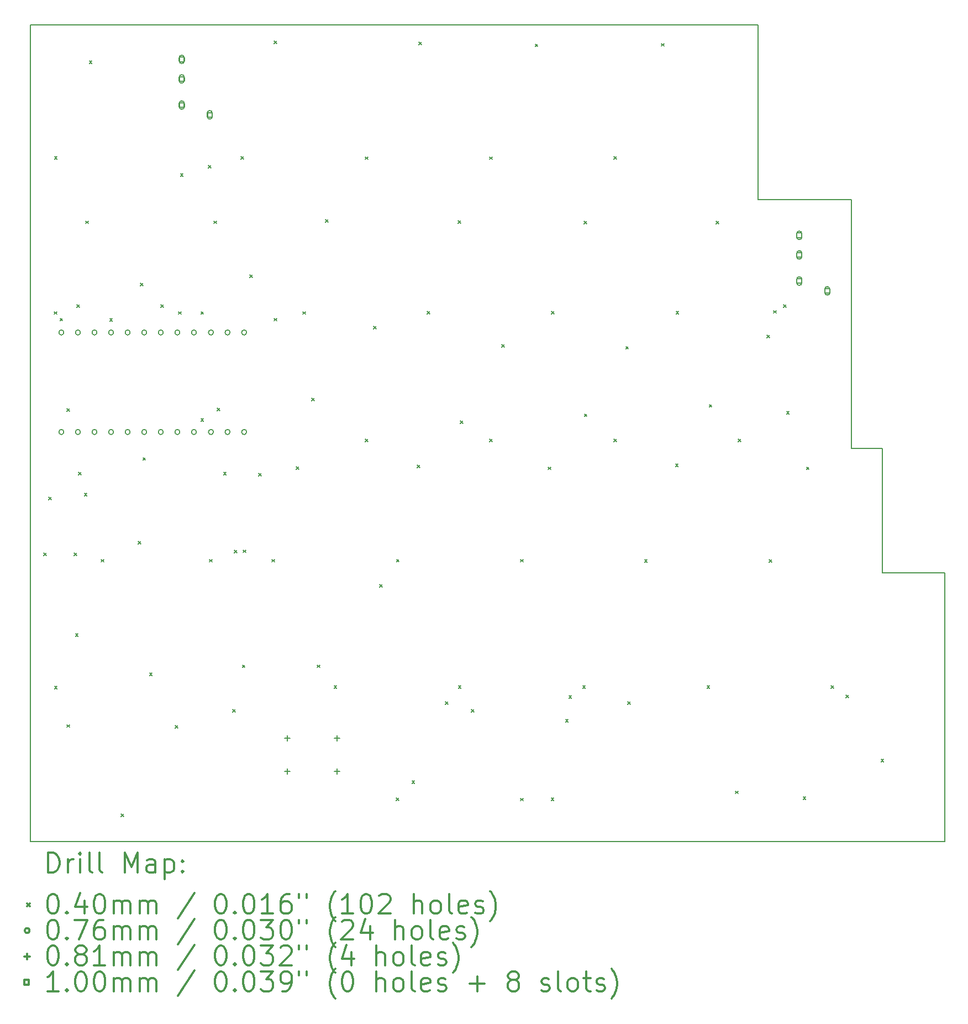
<source format=gbr>
%FSLAX45Y45*%
G04 Gerber Fmt 4.5, Leading zero omitted, Abs format (unit mm)*
G04 Created by KiCad (PCBNEW (5.0.2)-1) date 2019/02/16 22:04:40*
%MOMM*%
%LPD*%
G01*
G04 APERTURE LIST*
%ADD10C,0.200000*%
%ADD11C,0.150000*%
%ADD12C,0.300000*%
G04 APERTURE END LIST*
D10*
X2788000Y-15102000D02*
X16799250Y-15102000D01*
D11*
X15370500Y-5278250D02*
X15370500Y-9088250D01*
X16799250Y-10993250D02*
X16799250Y-15103250D01*
D10*
X2788000Y-2597000D02*
X13941750Y-2597000D01*
X13941750Y-5278250D02*
X15370500Y-5278250D01*
D11*
X13941750Y-2597000D02*
X13941750Y-5278250D01*
X15846750Y-9088250D02*
X15846750Y-10993250D01*
X2788000Y-2597000D02*
X2788000Y-15102000D01*
D10*
X15846750Y-10993000D02*
X16799250Y-10993000D01*
X15370500Y-9088250D02*
X15846750Y-9088250D01*
D10*
X2995000Y-10687000D02*
X3035000Y-10727000D01*
X3035000Y-10687000D02*
X2995000Y-10727000D01*
X3071000Y-9829000D02*
X3111000Y-9869000D01*
X3111000Y-9829000D02*
X3071000Y-9869000D01*
X3158000Y-6991000D02*
X3198000Y-7031000D01*
X3198000Y-6991000D02*
X3158000Y-7031000D01*
X3159000Y-4616000D02*
X3199000Y-4656000D01*
X3199000Y-4616000D02*
X3159000Y-4656000D01*
X3160000Y-12725000D02*
X3200000Y-12765000D01*
X3200000Y-12725000D02*
X3160000Y-12765000D01*
X3244000Y-7092000D02*
X3284000Y-7132000D01*
X3284000Y-7092000D02*
X3244000Y-7132000D01*
X3348000Y-13316000D02*
X3388000Y-13356000D01*
X3388000Y-13316000D02*
X3348000Y-13356000D01*
X3352000Y-8478000D02*
X3392000Y-8518000D01*
X3392000Y-8478000D02*
X3352000Y-8518000D01*
X3461000Y-10685000D02*
X3501000Y-10725000D01*
X3501000Y-10685000D02*
X3461000Y-10725000D01*
X3480000Y-11925000D02*
X3520000Y-11965000D01*
X3520000Y-11925000D02*
X3480000Y-11965000D01*
X3501000Y-6882000D02*
X3541000Y-6922000D01*
X3541000Y-6882000D02*
X3501000Y-6922000D01*
X3530000Y-9452000D02*
X3570000Y-9492000D01*
X3570000Y-9452000D02*
X3530000Y-9492000D01*
X3616000Y-9769000D02*
X3656000Y-9809000D01*
X3656000Y-9769000D02*
X3616000Y-9809000D01*
X3639000Y-5603000D02*
X3679000Y-5643000D01*
X3679000Y-5603000D02*
X3639000Y-5643000D01*
X3693000Y-3152000D02*
X3733000Y-3192000D01*
X3733000Y-3152000D02*
X3693000Y-3192000D01*
X3876000Y-10784000D02*
X3916000Y-10824000D01*
X3916000Y-10784000D02*
X3876000Y-10824000D01*
X4006000Y-7094000D02*
X4046000Y-7134000D01*
X4046000Y-7094000D02*
X4006000Y-7134000D01*
X4181000Y-14681000D02*
X4221000Y-14721000D01*
X4221000Y-14681000D02*
X4181000Y-14721000D01*
X4440000Y-10508000D02*
X4480000Y-10548000D01*
X4480000Y-10508000D02*
X4440000Y-10548000D01*
X4478000Y-6552000D02*
X4518000Y-6592000D01*
X4518000Y-6552000D02*
X4478000Y-6592000D01*
X4513000Y-9226000D02*
X4553000Y-9266000D01*
X4553000Y-9226000D02*
X4513000Y-9266000D01*
X4615000Y-12521000D02*
X4655000Y-12561000D01*
X4655000Y-12521000D02*
X4615000Y-12561000D01*
X4790000Y-6884000D02*
X4830000Y-6924000D01*
X4830000Y-6884000D02*
X4790000Y-6924000D01*
X5010000Y-13326000D02*
X5050000Y-13366000D01*
X5050000Y-13326000D02*
X5010000Y-13366000D01*
X5063000Y-6991000D02*
X5103000Y-7031000D01*
X5103000Y-6991000D02*
X5063000Y-7031000D01*
X5089000Y-4880000D02*
X5129000Y-4920000D01*
X5129000Y-4880000D02*
X5089000Y-4920000D01*
X5402000Y-8630000D02*
X5442000Y-8670000D01*
X5442000Y-8630000D02*
X5402000Y-8670000D01*
X5403000Y-6991000D02*
X5443000Y-7031000D01*
X5443000Y-6991000D02*
X5403000Y-7031000D01*
X5520000Y-4754000D02*
X5560000Y-4794000D01*
X5560000Y-4754000D02*
X5520000Y-4794000D01*
X5535000Y-10784000D02*
X5575000Y-10824000D01*
X5575000Y-10784000D02*
X5535000Y-10824000D01*
X5599000Y-5603000D02*
X5639000Y-5643000D01*
X5639000Y-5603000D02*
X5599000Y-5643000D01*
X5652000Y-8468000D02*
X5692000Y-8508000D01*
X5692000Y-8468000D02*
X5652000Y-8508000D01*
X5751000Y-9448000D02*
X5791000Y-9488000D01*
X5791000Y-9448000D02*
X5751000Y-9488000D01*
X5887000Y-13083000D02*
X5927000Y-13123000D01*
X5927000Y-13083000D02*
X5887000Y-13123000D01*
X5918000Y-10644000D02*
X5958000Y-10684000D01*
X5958000Y-10644000D02*
X5918000Y-10684000D01*
X6019000Y-4614000D02*
X6059000Y-4654000D01*
X6059000Y-4614000D02*
X6019000Y-4654000D01*
X6019000Y-4614000D02*
X6059000Y-4654000D01*
X6059000Y-4614000D02*
X6019000Y-4654000D01*
X6037000Y-12400000D02*
X6077000Y-12440000D01*
X6077000Y-12400000D02*
X6037000Y-12440000D01*
X6050000Y-10640000D02*
X6090000Y-10680000D01*
X6090000Y-10640000D02*
X6050000Y-10680000D01*
X6151000Y-6429000D02*
X6191000Y-6469000D01*
X6191000Y-6429000D02*
X6151000Y-6469000D01*
X6286000Y-9465000D02*
X6326000Y-9505000D01*
X6326000Y-9465000D02*
X6286000Y-9505000D01*
X6491000Y-10784000D02*
X6531000Y-10824000D01*
X6531000Y-10784000D02*
X6491000Y-10824000D01*
X6523000Y-2844000D02*
X6563000Y-2884000D01*
X6563000Y-2844000D02*
X6523000Y-2884000D01*
X6523000Y-7093000D02*
X6563000Y-7133000D01*
X6563000Y-7093000D02*
X6523000Y-7133000D01*
X6863000Y-9363000D02*
X6903000Y-9403000D01*
X6903000Y-9363000D02*
X6863000Y-9403000D01*
X6968000Y-6991000D02*
X7008000Y-7031000D01*
X7008000Y-6991000D02*
X6968000Y-7031000D01*
X7098000Y-8314000D02*
X7138000Y-8354000D01*
X7138000Y-8314000D02*
X7098000Y-8354000D01*
X7186000Y-12400000D02*
X7226000Y-12440000D01*
X7226000Y-12400000D02*
X7186000Y-12440000D01*
X7314000Y-5581000D02*
X7354000Y-5621000D01*
X7354000Y-5581000D02*
X7314000Y-5621000D01*
X7444000Y-12718000D02*
X7484000Y-12758000D01*
X7484000Y-12718000D02*
X7444000Y-12758000D01*
X7920000Y-8944000D02*
X7960000Y-8984000D01*
X7960000Y-8944000D02*
X7920000Y-8984000D01*
X7922000Y-4620000D02*
X7962000Y-4660000D01*
X7962000Y-4620000D02*
X7922000Y-4660000D01*
X8048000Y-7213000D02*
X8088000Y-7253000D01*
X8088000Y-7213000D02*
X8048000Y-7253000D01*
X8139000Y-11167000D02*
X8179000Y-11207000D01*
X8179000Y-11167000D02*
X8139000Y-11207000D01*
X8397000Y-14435000D02*
X8437000Y-14475000D01*
X8437000Y-14435000D02*
X8397000Y-14475000D01*
X8400000Y-10784000D02*
X8440000Y-10824000D01*
X8440000Y-10784000D02*
X8400000Y-10824000D01*
X8637000Y-14176000D02*
X8677000Y-14216000D01*
X8677000Y-14176000D02*
X8637000Y-14216000D01*
X8718000Y-9342000D02*
X8758000Y-9382000D01*
X8758000Y-9342000D02*
X8718000Y-9382000D01*
X8745000Y-2863000D02*
X8785000Y-2903000D01*
X8785000Y-2863000D02*
X8745000Y-2903000D01*
X8873000Y-6984000D02*
X8913000Y-7024000D01*
X8913000Y-6984000D02*
X8873000Y-7024000D01*
X9147000Y-12962000D02*
X9187000Y-13002000D01*
X9187000Y-12962000D02*
X9147000Y-13002000D01*
X9342000Y-5596000D02*
X9382000Y-5636000D01*
X9382000Y-5596000D02*
X9342000Y-5636000D01*
X9349000Y-12718000D02*
X9389000Y-12758000D01*
X9389000Y-12718000D02*
X9349000Y-12758000D01*
X9378000Y-8660000D02*
X9418000Y-8700000D01*
X9418000Y-8660000D02*
X9378000Y-8700000D01*
X9550000Y-13082000D02*
X9590000Y-13122000D01*
X9590000Y-13082000D02*
X9550000Y-13122000D01*
X9824000Y-4620000D02*
X9864000Y-4660000D01*
X9864000Y-4620000D02*
X9824000Y-4660000D01*
X9826000Y-8944000D02*
X9866000Y-8984000D01*
X9866000Y-8944000D02*
X9826000Y-8984000D01*
X10014000Y-7497000D02*
X10054000Y-7537000D01*
X10054000Y-7497000D02*
X10014000Y-7537000D01*
X10299000Y-10783000D02*
X10339000Y-10823000D01*
X10339000Y-10783000D02*
X10299000Y-10823000D01*
X10300000Y-14442000D02*
X10340000Y-14482000D01*
X10340000Y-14442000D02*
X10300000Y-14482000D01*
X10526000Y-2893000D02*
X10566000Y-2933000D01*
X10566000Y-2893000D02*
X10526000Y-2933000D01*
X10726000Y-9370000D02*
X10766000Y-9410000D01*
X10766000Y-9370000D02*
X10726000Y-9410000D01*
X10772000Y-14435000D02*
X10812000Y-14475000D01*
X10812000Y-14435000D02*
X10772000Y-14475000D01*
X10778000Y-6984000D02*
X10818000Y-7024000D01*
X10818000Y-6984000D02*
X10778000Y-7024000D01*
X10992000Y-13233000D02*
X11032000Y-13273000D01*
X11032000Y-13233000D02*
X10992000Y-13273000D01*
X11043000Y-12868000D02*
X11083000Y-12908000D01*
X11083000Y-12868000D02*
X11043000Y-12908000D01*
X11254000Y-12718000D02*
X11294000Y-12758000D01*
X11294000Y-12718000D02*
X11254000Y-12758000D01*
X11276000Y-5605000D02*
X11316000Y-5645000D01*
X11316000Y-5605000D02*
X11276000Y-5645000D01*
X11278000Y-8557000D02*
X11318000Y-8597000D01*
X11318000Y-8557000D02*
X11278000Y-8597000D01*
X11729000Y-4616000D02*
X11769000Y-4656000D01*
X11769000Y-4616000D02*
X11729000Y-4656000D01*
X11730000Y-8944000D02*
X11770000Y-8984000D01*
X11770000Y-8944000D02*
X11730000Y-8984000D01*
X11914000Y-7523000D02*
X11954000Y-7563000D01*
X11954000Y-7523000D02*
X11914000Y-7563000D01*
X11946000Y-12965000D02*
X11986000Y-13005000D01*
X11986000Y-12965000D02*
X11946000Y-13005000D01*
X12202000Y-10786000D02*
X12242000Y-10826000D01*
X12242000Y-10786000D02*
X12202000Y-10826000D01*
X12463000Y-2885000D02*
X12503000Y-2925000D01*
X12503000Y-2885000D02*
X12463000Y-2925000D01*
X12675000Y-9326000D02*
X12715000Y-9366000D01*
X12715000Y-9326000D02*
X12675000Y-9366000D01*
X12685000Y-6984000D02*
X12725000Y-7024000D01*
X12725000Y-6984000D02*
X12685000Y-7024000D01*
X13159000Y-12718000D02*
X13199000Y-12758000D01*
X13199000Y-12718000D02*
X13159000Y-12758000D01*
X13192000Y-8413000D02*
X13232000Y-8453000D01*
X13232000Y-8413000D02*
X13192000Y-8453000D01*
X13297000Y-5605000D02*
X13337000Y-5645000D01*
X13337000Y-5605000D02*
X13297000Y-5645000D01*
X13592000Y-14332000D02*
X13632000Y-14372000D01*
X13632000Y-14332000D02*
X13592000Y-14372000D01*
X13636000Y-8944000D02*
X13676000Y-8984000D01*
X13676000Y-8944000D02*
X13636000Y-8984000D01*
X14080000Y-7348000D02*
X14120000Y-7388000D01*
X14120000Y-7348000D02*
X14080000Y-7388000D01*
X14111000Y-10786000D02*
X14151000Y-10826000D01*
X14151000Y-10786000D02*
X14111000Y-10826000D01*
X14181000Y-6974000D02*
X14221000Y-7014000D01*
X14221000Y-6974000D02*
X14181000Y-7014000D01*
X14331000Y-6884000D02*
X14371000Y-6924000D01*
X14371000Y-6884000D02*
X14331000Y-6924000D01*
X14377000Y-8516000D02*
X14417000Y-8556000D01*
X14417000Y-8516000D02*
X14377000Y-8556000D01*
X14632000Y-14420000D02*
X14672000Y-14460000D01*
X14672000Y-14420000D02*
X14632000Y-14460000D01*
X14682000Y-9370000D02*
X14722000Y-9410000D01*
X14722000Y-9370000D02*
X14682000Y-9410000D01*
X15062000Y-12718000D02*
X15102000Y-12758000D01*
X15102000Y-12718000D02*
X15062000Y-12758000D01*
X15286000Y-12864000D02*
X15326000Y-12904000D01*
X15326000Y-12864000D02*
X15286000Y-12904000D01*
X15825000Y-13847000D02*
X15865000Y-13887000D01*
X15865000Y-13847000D02*
X15825000Y-13887000D01*
X3302100Y-7309000D02*
G75*
G03X3302100Y-7309000I-38100J0D01*
G01*
X3302100Y-8833000D02*
G75*
G03X3302100Y-8833000I-38100J0D01*
G01*
X3556100Y-7309000D02*
G75*
G03X3556100Y-7309000I-38100J0D01*
G01*
X3556100Y-8833000D02*
G75*
G03X3556100Y-8833000I-38100J0D01*
G01*
X3810100Y-7309000D02*
G75*
G03X3810100Y-7309000I-38100J0D01*
G01*
X3810100Y-8833000D02*
G75*
G03X3810100Y-8833000I-38100J0D01*
G01*
X4064100Y-7309000D02*
G75*
G03X4064100Y-7309000I-38100J0D01*
G01*
X4064100Y-8833000D02*
G75*
G03X4064100Y-8833000I-38100J0D01*
G01*
X4318100Y-7309000D02*
G75*
G03X4318100Y-7309000I-38100J0D01*
G01*
X4318100Y-8833000D02*
G75*
G03X4318100Y-8833000I-38100J0D01*
G01*
X4572100Y-7309000D02*
G75*
G03X4572100Y-7309000I-38100J0D01*
G01*
X4572100Y-8833000D02*
G75*
G03X4572100Y-8833000I-38100J0D01*
G01*
X4826100Y-7309000D02*
G75*
G03X4826100Y-7309000I-38100J0D01*
G01*
X4826100Y-8833000D02*
G75*
G03X4826100Y-8833000I-38100J0D01*
G01*
X5080100Y-7309000D02*
G75*
G03X5080100Y-7309000I-38100J0D01*
G01*
X5080100Y-8833000D02*
G75*
G03X5080100Y-8833000I-38100J0D01*
G01*
X5334100Y-7309000D02*
G75*
G03X5334100Y-7309000I-38100J0D01*
G01*
X5334100Y-8833000D02*
G75*
G03X5334100Y-8833000I-38100J0D01*
G01*
X5595100Y-7309000D02*
G75*
G03X5595100Y-7309000I-38100J0D01*
G01*
X5595100Y-8833000D02*
G75*
G03X5595100Y-8833000I-38100J0D01*
G01*
X5849100Y-7309000D02*
G75*
G03X5849100Y-7309000I-38100J0D01*
G01*
X5849100Y-8833000D02*
G75*
G03X5849100Y-8833000I-38100J0D01*
G01*
X6103100Y-7309000D02*
G75*
G03X6103100Y-7309000I-38100J0D01*
G01*
X6103100Y-8833000D02*
G75*
G03X6103100Y-8833000I-38100J0D01*
G01*
X6729000Y-13480360D02*
X6729000Y-13561640D01*
X6688360Y-13521000D02*
X6769640Y-13521000D01*
X6729000Y-13988360D02*
X6729000Y-14069640D01*
X6688360Y-14029000D02*
X6769640Y-14029000D01*
X7491000Y-13480360D02*
X7491000Y-13561640D01*
X7450360Y-13521000D02*
X7531640Y-13521000D01*
X7491000Y-13988360D02*
X7491000Y-14069640D01*
X7450360Y-14029000D02*
X7531640Y-14029000D01*
X5144356Y-3162356D02*
X5144356Y-3091644D01*
X5073644Y-3091644D01*
X5073644Y-3162356D01*
X5144356Y-3162356D01*
X5069000Y-3102000D02*
X5069000Y-3152000D01*
X5149000Y-3102000D02*
X5149000Y-3152000D01*
X5069000Y-3152000D02*
G75*
G03X5149000Y-3152000I40000J0D01*
G01*
X5149000Y-3102000D02*
G75*
G03X5069000Y-3102000I-40000J0D01*
G01*
X5144356Y-3462356D02*
X5144356Y-3391644D01*
X5073644Y-3391644D01*
X5073644Y-3462356D01*
X5144356Y-3462356D01*
X5069000Y-3402000D02*
X5069000Y-3452000D01*
X5149000Y-3402000D02*
X5149000Y-3452000D01*
X5069000Y-3452000D02*
G75*
G03X5149000Y-3452000I40000J0D01*
G01*
X5149000Y-3402000D02*
G75*
G03X5069000Y-3402000I-40000J0D01*
G01*
X5144356Y-3862356D02*
X5144356Y-3791644D01*
X5073644Y-3791644D01*
X5073644Y-3862356D01*
X5144356Y-3862356D01*
X5069000Y-3802000D02*
X5069000Y-3852000D01*
X5149000Y-3802000D02*
X5149000Y-3852000D01*
X5069000Y-3852000D02*
G75*
G03X5149000Y-3852000I40000J0D01*
G01*
X5149000Y-3802000D02*
G75*
G03X5069000Y-3802000I-40000J0D01*
G01*
X5574356Y-4012356D02*
X5574356Y-3941644D01*
X5503644Y-3941644D01*
X5503644Y-4012356D01*
X5574356Y-4012356D01*
X5499000Y-3952000D02*
X5499000Y-4002000D01*
X5579000Y-3952000D02*
X5579000Y-4002000D01*
X5499000Y-4002000D02*
G75*
G03X5579000Y-4002000I40000J0D01*
G01*
X5579000Y-3952000D02*
G75*
G03X5499000Y-3952000I-40000J0D01*
G01*
X14607356Y-5857356D02*
X14607356Y-5786644D01*
X14536644Y-5786644D01*
X14536644Y-5857356D01*
X14607356Y-5857356D01*
X14532000Y-5797000D02*
X14532000Y-5847000D01*
X14612000Y-5797000D02*
X14612000Y-5847000D01*
X14532000Y-5847000D02*
G75*
G03X14612000Y-5847000I40000J0D01*
G01*
X14612000Y-5797000D02*
G75*
G03X14532000Y-5797000I-40000J0D01*
G01*
X14607356Y-6157356D02*
X14607356Y-6086644D01*
X14536644Y-6086644D01*
X14536644Y-6157356D01*
X14607356Y-6157356D01*
X14532000Y-6097000D02*
X14532000Y-6147000D01*
X14612000Y-6097000D02*
X14612000Y-6147000D01*
X14532000Y-6147000D02*
G75*
G03X14612000Y-6147000I40000J0D01*
G01*
X14612000Y-6097000D02*
G75*
G03X14532000Y-6097000I-40000J0D01*
G01*
X14607356Y-6557356D02*
X14607356Y-6486644D01*
X14536644Y-6486644D01*
X14536644Y-6557356D01*
X14607356Y-6557356D01*
X14532000Y-6497000D02*
X14532000Y-6547000D01*
X14612000Y-6497000D02*
X14612000Y-6547000D01*
X14532000Y-6547000D02*
G75*
G03X14612000Y-6547000I40000J0D01*
G01*
X14612000Y-6497000D02*
G75*
G03X14532000Y-6497000I-40000J0D01*
G01*
X15037356Y-6707356D02*
X15037356Y-6636644D01*
X14966644Y-6636644D01*
X14966644Y-6707356D01*
X15037356Y-6707356D01*
X14962000Y-6647000D02*
X14962000Y-6697000D01*
X15042000Y-6647000D02*
X15042000Y-6697000D01*
X14962000Y-6697000D02*
G75*
G03X15042000Y-6697000I40000J0D01*
G01*
X15042000Y-6647000D02*
G75*
G03X14962000Y-6647000I-40000J0D01*
G01*
D12*
X3064428Y-15577714D02*
X3064428Y-15277714D01*
X3135857Y-15277714D01*
X3178714Y-15292000D01*
X3207286Y-15320571D01*
X3221571Y-15349143D01*
X3235857Y-15406286D01*
X3235857Y-15449143D01*
X3221571Y-15506286D01*
X3207286Y-15534857D01*
X3178714Y-15563429D01*
X3135857Y-15577714D01*
X3064428Y-15577714D01*
X3364428Y-15577714D02*
X3364428Y-15377714D01*
X3364428Y-15434857D02*
X3378714Y-15406286D01*
X3393000Y-15392000D01*
X3421571Y-15377714D01*
X3450143Y-15377714D01*
X3550143Y-15577714D02*
X3550143Y-15377714D01*
X3550143Y-15277714D02*
X3535857Y-15292000D01*
X3550143Y-15306286D01*
X3564428Y-15292000D01*
X3550143Y-15277714D01*
X3550143Y-15306286D01*
X3735857Y-15577714D02*
X3707286Y-15563429D01*
X3693000Y-15534857D01*
X3693000Y-15277714D01*
X3893000Y-15577714D02*
X3864428Y-15563429D01*
X3850143Y-15534857D01*
X3850143Y-15277714D01*
X4235857Y-15577714D02*
X4235857Y-15277714D01*
X4335857Y-15492000D01*
X4435857Y-15277714D01*
X4435857Y-15577714D01*
X4707286Y-15577714D02*
X4707286Y-15420571D01*
X4693000Y-15392000D01*
X4664428Y-15377714D01*
X4607286Y-15377714D01*
X4578714Y-15392000D01*
X4707286Y-15563429D02*
X4678714Y-15577714D01*
X4607286Y-15577714D01*
X4578714Y-15563429D01*
X4564428Y-15534857D01*
X4564428Y-15506286D01*
X4578714Y-15477714D01*
X4607286Y-15463429D01*
X4678714Y-15463429D01*
X4707286Y-15449143D01*
X4850143Y-15377714D02*
X4850143Y-15677714D01*
X4850143Y-15392000D02*
X4878714Y-15377714D01*
X4935857Y-15377714D01*
X4964428Y-15392000D01*
X4978714Y-15406286D01*
X4993000Y-15434857D01*
X4993000Y-15520571D01*
X4978714Y-15549143D01*
X4964428Y-15563429D01*
X4935857Y-15577714D01*
X4878714Y-15577714D01*
X4850143Y-15563429D01*
X5121571Y-15549143D02*
X5135857Y-15563429D01*
X5121571Y-15577714D01*
X5107286Y-15563429D01*
X5121571Y-15549143D01*
X5121571Y-15577714D01*
X5121571Y-15392000D02*
X5135857Y-15406286D01*
X5121571Y-15420571D01*
X5107286Y-15406286D01*
X5121571Y-15392000D01*
X5121571Y-15420571D01*
X2738000Y-16052000D02*
X2778000Y-16092000D01*
X2778000Y-16052000D02*
X2738000Y-16092000D01*
X3121571Y-15907714D02*
X3150143Y-15907714D01*
X3178714Y-15922000D01*
X3193000Y-15936286D01*
X3207286Y-15964857D01*
X3221571Y-16022000D01*
X3221571Y-16093429D01*
X3207286Y-16150571D01*
X3193000Y-16179143D01*
X3178714Y-16193429D01*
X3150143Y-16207714D01*
X3121571Y-16207714D01*
X3093000Y-16193429D01*
X3078714Y-16179143D01*
X3064428Y-16150571D01*
X3050143Y-16093429D01*
X3050143Y-16022000D01*
X3064428Y-15964857D01*
X3078714Y-15936286D01*
X3093000Y-15922000D01*
X3121571Y-15907714D01*
X3350143Y-16179143D02*
X3364428Y-16193429D01*
X3350143Y-16207714D01*
X3335857Y-16193429D01*
X3350143Y-16179143D01*
X3350143Y-16207714D01*
X3621571Y-16007714D02*
X3621571Y-16207714D01*
X3550143Y-15893429D02*
X3478714Y-16107714D01*
X3664428Y-16107714D01*
X3835857Y-15907714D02*
X3864428Y-15907714D01*
X3893000Y-15922000D01*
X3907286Y-15936286D01*
X3921571Y-15964857D01*
X3935857Y-16022000D01*
X3935857Y-16093429D01*
X3921571Y-16150571D01*
X3907286Y-16179143D01*
X3893000Y-16193429D01*
X3864428Y-16207714D01*
X3835857Y-16207714D01*
X3807286Y-16193429D01*
X3793000Y-16179143D01*
X3778714Y-16150571D01*
X3764428Y-16093429D01*
X3764428Y-16022000D01*
X3778714Y-15964857D01*
X3793000Y-15936286D01*
X3807286Y-15922000D01*
X3835857Y-15907714D01*
X4064428Y-16207714D02*
X4064428Y-16007714D01*
X4064428Y-16036286D02*
X4078714Y-16022000D01*
X4107286Y-16007714D01*
X4150143Y-16007714D01*
X4178714Y-16022000D01*
X4193000Y-16050571D01*
X4193000Y-16207714D01*
X4193000Y-16050571D02*
X4207286Y-16022000D01*
X4235857Y-16007714D01*
X4278714Y-16007714D01*
X4307286Y-16022000D01*
X4321571Y-16050571D01*
X4321571Y-16207714D01*
X4464428Y-16207714D02*
X4464428Y-16007714D01*
X4464428Y-16036286D02*
X4478714Y-16022000D01*
X4507286Y-16007714D01*
X4550143Y-16007714D01*
X4578714Y-16022000D01*
X4593000Y-16050571D01*
X4593000Y-16207714D01*
X4593000Y-16050571D02*
X4607286Y-16022000D01*
X4635857Y-16007714D01*
X4678714Y-16007714D01*
X4707286Y-16022000D01*
X4721571Y-16050571D01*
X4721571Y-16207714D01*
X5307286Y-15893429D02*
X5050143Y-16279143D01*
X5693000Y-15907714D02*
X5721571Y-15907714D01*
X5750143Y-15922000D01*
X5764428Y-15936286D01*
X5778714Y-15964857D01*
X5793000Y-16022000D01*
X5793000Y-16093429D01*
X5778714Y-16150571D01*
X5764428Y-16179143D01*
X5750143Y-16193429D01*
X5721571Y-16207714D01*
X5693000Y-16207714D01*
X5664428Y-16193429D01*
X5650143Y-16179143D01*
X5635857Y-16150571D01*
X5621571Y-16093429D01*
X5621571Y-16022000D01*
X5635857Y-15964857D01*
X5650143Y-15936286D01*
X5664428Y-15922000D01*
X5693000Y-15907714D01*
X5921571Y-16179143D02*
X5935857Y-16193429D01*
X5921571Y-16207714D01*
X5907286Y-16193429D01*
X5921571Y-16179143D01*
X5921571Y-16207714D01*
X6121571Y-15907714D02*
X6150143Y-15907714D01*
X6178714Y-15922000D01*
X6193000Y-15936286D01*
X6207286Y-15964857D01*
X6221571Y-16022000D01*
X6221571Y-16093429D01*
X6207286Y-16150571D01*
X6193000Y-16179143D01*
X6178714Y-16193429D01*
X6150143Y-16207714D01*
X6121571Y-16207714D01*
X6093000Y-16193429D01*
X6078714Y-16179143D01*
X6064428Y-16150571D01*
X6050143Y-16093429D01*
X6050143Y-16022000D01*
X6064428Y-15964857D01*
X6078714Y-15936286D01*
X6093000Y-15922000D01*
X6121571Y-15907714D01*
X6507286Y-16207714D02*
X6335857Y-16207714D01*
X6421571Y-16207714D02*
X6421571Y-15907714D01*
X6393000Y-15950571D01*
X6364428Y-15979143D01*
X6335857Y-15993429D01*
X6764428Y-15907714D02*
X6707286Y-15907714D01*
X6678714Y-15922000D01*
X6664428Y-15936286D01*
X6635857Y-15979143D01*
X6621571Y-16036286D01*
X6621571Y-16150571D01*
X6635857Y-16179143D01*
X6650143Y-16193429D01*
X6678714Y-16207714D01*
X6735857Y-16207714D01*
X6764428Y-16193429D01*
X6778714Y-16179143D01*
X6793000Y-16150571D01*
X6793000Y-16079143D01*
X6778714Y-16050571D01*
X6764428Y-16036286D01*
X6735857Y-16022000D01*
X6678714Y-16022000D01*
X6650143Y-16036286D01*
X6635857Y-16050571D01*
X6621571Y-16079143D01*
X6907286Y-15907714D02*
X6907286Y-15964857D01*
X7021571Y-15907714D02*
X7021571Y-15964857D01*
X7464428Y-16322000D02*
X7450143Y-16307714D01*
X7421571Y-16264857D01*
X7407286Y-16236286D01*
X7393000Y-16193429D01*
X7378714Y-16122000D01*
X7378714Y-16064857D01*
X7393000Y-15993429D01*
X7407286Y-15950571D01*
X7421571Y-15922000D01*
X7450143Y-15879143D01*
X7464428Y-15864857D01*
X7735857Y-16207714D02*
X7564428Y-16207714D01*
X7650143Y-16207714D02*
X7650143Y-15907714D01*
X7621571Y-15950571D01*
X7593000Y-15979143D01*
X7564428Y-15993429D01*
X7921571Y-15907714D02*
X7950143Y-15907714D01*
X7978714Y-15922000D01*
X7993000Y-15936286D01*
X8007286Y-15964857D01*
X8021571Y-16022000D01*
X8021571Y-16093429D01*
X8007286Y-16150571D01*
X7993000Y-16179143D01*
X7978714Y-16193429D01*
X7950143Y-16207714D01*
X7921571Y-16207714D01*
X7893000Y-16193429D01*
X7878714Y-16179143D01*
X7864428Y-16150571D01*
X7850143Y-16093429D01*
X7850143Y-16022000D01*
X7864428Y-15964857D01*
X7878714Y-15936286D01*
X7893000Y-15922000D01*
X7921571Y-15907714D01*
X8135857Y-15936286D02*
X8150143Y-15922000D01*
X8178714Y-15907714D01*
X8250143Y-15907714D01*
X8278714Y-15922000D01*
X8293000Y-15936286D01*
X8307286Y-15964857D01*
X8307286Y-15993429D01*
X8293000Y-16036286D01*
X8121571Y-16207714D01*
X8307286Y-16207714D01*
X8664428Y-16207714D02*
X8664428Y-15907714D01*
X8793000Y-16207714D02*
X8793000Y-16050571D01*
X8778714Y-16022000D01*
X8750143Y-16007714D01*
X8707286Y-16007714D01*
X8678714Y-16022000D01*
X8664428Y-16036286D01*
X8978714Y-16207714D02*
X8950143Y-16193429D01*
X8935857Y-16179143D01*
X8921571Y-16150571D01*
X8921571Y-16064857D01*
X8935857Y-16036286D01*
X8950143Y-16022000D01*
X8978714Y-16007714D01*
X9021571Y-16007714D01*
X9050143Y-16022000D01*
X9064428Y-16036286D01*
X9078714Y-16064857D01*
X9078714Y-16150571D01*
X9064428Y-16179143D01*
X9050143Y-16193429D01*
X9021571Y-16207714D01*
X8978714Y-16207714D01*
X9250143Y-16207714D02*
X9221571Y-16193429D01*
X9207286Y-16164857D01*
X9207286Y-15907714D01*
X9478714Y-16193429D02*
X9450143Y-16207714D01*
X9393000Y-16207714D01*
X9364428Y-16193429D01*
X9350143Y-16164857D01*
X9350143Y-16050571D01*
X9364428Y-16022000D01*
X9393000Y-16007714D01*
X9450143Y-16007714D01*
X9478714Y-16022000D01*
X9493000Y-16050571D01*
X9493000Y-16079143D01*
X9350143Y-16107714D01*
X9607286Y-16193429D02*
X9635857Y-16207714D01*
X9693000Y-16207714D01*
X9721571Y-16193429D01*
X9735857Y-16164857D01*
X9735857Y-16150571D01*
X9721571Y-16122000D01*
X9693000Y-16107714D01*
X9650143Y-16107714D01*
X9621571Y-16093429D01*
X9607286Y-16064857D01*
X9607286Y-16050571D01*
X9621571Y-16022000D01*
X9650143Y-16007714D01*
X9693000Y-16007714D01*
X9721571Y-16022000D01*
X9835857Y-16322000D02*
X9850143Y-16307714D01*
X9878714Y-16264857D01*
X9893000Y-16236286D01*
X9907286Y-16193429D01*
X9921571Y-16122000D01*
X9921571Y-16064857D01*
X9907286Y-15993429D01*
X9893000Y-15950571D01*
X9878714Y-15922000D01*
X9850143Y-15879143D01*
X9835857Y-15864857D01*
X2778000Y-16468000D02*
G75*
G03X2778000Y-16468000I-38100J0D01*
G01*
X3121571Y-16303714D02*
X3150143Y-16303714D01*
X3178714Y-16318000D01*
X3193000Y-16332286D01*
X3207286Y-16360857D01*
X3221571Y-16418000D01*
X3221571Y-16489429D01*
X3207286Y-16546571D01*
X3193000Y-16575143D01*
X3178714Y-16589429D01*
X3150143Y-16603714D01*
X3121571Y-16603714D01*
X3093000Y-16589429D01*
X3078714Y-16575143D01*
X3064428Y-16546571D01*
X3050143Y-16489429D01*
X3050143Y-16418000D01*
X3064428Y-16360857D01*
X3078714Y-16332286D01*
X3093000Y-16318000D01*
X3121571Y-16303714D01*
X3350143Y-16575143D02*
X3364428Y-16589429D01*
X3350143Y-16603714D01*
X3335857Y-16589429D01*
X3350143Y-16575143D01*
X3350143Y-16603714D01*
X3464428Y-16303714D02*
X3664428Y-16303714D01*
X3535857Y-16603714D01*
X3907286Y-16303714D02*
X3850143Y-16303714D01*
X3821571Y-16318000D01*
X3807286Y-16332286D01*
X3778714Y-16375143D01*
X3764428Y-16432286D01*
X3764428Y-16546571D01*
X3778714Y-16575143D01*
X3793000Y-16589429D01*
X3821571Y-16603714D01*
X3878714Y-16603714D01*
X3907286Y-16589429D01*
X3921571Y-16575143D01*
X3935857Y-16546571D01*
X3935857Y-16475143D01*
X3921571Y-16446571D01*
X3907286Y-16432286D01*
X3878714Y-16418000D01*
X3821571Y-16418000D01*
X3793000Y-16432286D01*
X3778714Y-16446571D01*
X3764428Y-16475143D01*
X4064428Y-16603714D02*
X4064428Y-16403714D01*
X4064428Y-16432286D02*
X4078714Y-16418000D01*
X4107286Y-16403714D01*
X4150143Y-16403714D01*
X4178714Y-16418000D01*
X4193000Y-16446571D01*
X4193000Y-16603714D01*
X4193000Y-16446571D02*
X4207286Y-16418000D01*
X4235857Y-16403714D01*
X4278714Y-16403714D01*
X4307286Y-16418000D01*
X4321571Y-16446571D01*
X4321571Y-16603714D01*
X4464428Y-16603714D02*
X4464428Y-16403714D01*
X4464428Y-16432286D02*
X4478714Y-16418000D01*
X4507286Y-16403714D01*
X4550143Y-16403714D01*
X4578714Y-16418000D01*
X4593000Y-16446571D01*
X4593000Y-16603714D01*
X4593000Y-16446571D02*
X4607286Y-16418000D01*
X4635857Y-16403714D01*
X4678714Y-16403714D01*
X4707286Y-16418000D01*
X4721571Y-16446571D01*
X4721571Y-16603714D01*
X5307286Y-16289429D02*
X5050143Y-16675143D01*
X5693000Y-16303714D02*
X5721571Y-16303714D01*
X5750143Y-16318000D01*
X5764428Y-16332286D01*
X5778714Y-16360857D01*
X5793000Y-16418000D01*
X5793000Y-16489429D01*
X5778714Y-16546571D01*
X5764428Y-16575143D01*
X5750143Y-16589429D01*
X5721571Y-16603714D01*
X5693000Y-16603714D01*
X5664428Y-16589429D01*
X5650143Y-16575143D01*
X5635857Y-16546571D01*
X5621571Y-16489429D01*
X5621571Y-16418000D01*
X5635857Y-16360857D01*
X5650143Y-16332286D01*
X5664428Y-16318000D01*
X5693000Y-16303714D01*
X5921571Y-16575143D02*
X5935857Y-16589429D01*
X5921571Y-16603714D01*
X5907286Y-16589429D01*
X5921571Y-16575143D01*
X5921571Y-16603714D01*
X6121571Y-16303714D02*
X6150143Y-16303714D01*
X6178714Y-16318000D01*
X6193000Y-16332286D01*
X6207286Y-16360857D01*
X6221571Y-16418000D01*
X6221571Y-16489429D01*
X6207286Y-16546571D01*
X6193000Y-16575143D01*
X6178714Y-16589429D01*
X6150143Y-16603714D01*
X6121571Y-16603714D01*
X6093000Y-16589429D01*
X6078714Y-16575143D01*
X6064428Y-16546571D01*
X6050143Y-16489429D01*
X6050143Y-16418000D01*
X6064428Y-16360857D01*
X6078714Y-16332286D01*
X6093000Y-16318000D01*
X6121571Y-16303714D01*
X6321571Y-16303714D02*
X6507286Y-16303714D01*
X6407286Y-16418000D01*
X6450143Y-16418000D01*
X6478714Y-16432286D01*
X6493000Y-16446571D01*
X6507286Y-16475143D01*
X6507286Y-16546571D01*
X6493000Y-16575143D01*
X6478714Y-16589429D01*
X6450143Y-16603714D01*
X6364428Y-16603714D01*
X6335857Y-16589429D01*
X6321571Y-16575143D01*
X6693000Y-16303714D02*
X6721571Y-16303714D01*
X6750143Y-16318000D01*
X6764428Y-16332286D01*
X6778714Y-16360857D01*
X6793000Y-16418000D01*
X6793000Y-16489429D01*
X6778714Y-16546571D01*
X6764428Y-16575143D01*
X6750143Y-16589429D01*
X6721571Y-16603714D01*
X6693000Y-16603714D01*
X6664428Y-16589429D01*
X6650143Y-16575143D01*
X6635857Y-16546571D01*
X6621571Y-16489429D01*
X6621571Y-16418000D01*
X6635857Y-16360857D01*
X6650143Y-16332286D01*
X6664428Y-16318000D01*
X6693000Y-16303714D01*
X6907286Y-16303714D02*
X6907286Y-16360857D01*
X7021571Y-16303714D02*
X7021571Y-16360857D01*
X7464428Y-16718000D02*
X7450143Y-16703714D01*
X7421571Y-16660857D01*
X7407286Y-16632286D01*
X7393000Y-16589429D01*
X7378714Y-16518000D01*
X7378714Y-16460857D01*
X7393000Y-16389429D01*
X7407286Y-16346571D01*
X7421571Y-16318000D01*
X7450143Y-16275143D01*
X7464428Y-16260857D01*
X7564428Y-16332286D02*
X7578714Y-16318000D01*
X7607286Y-16303714D01*
X7678714Y-16303714D01*
X7707286Y-16318000D01*
X7721571Y-16332286D01*
X7735857Y-16360857D01*
X7735857Y-16389429D01*
X7721571Y-16432286D01*
X7550143Y-16603714D01*
X7735857Y-16603714D01*
X7993000Y-16403714D02*
X7993000Y-16603714D01*
X7921571Y-16289429D02*
X7850143Y-16503714D01*
X8035857Y-16503714D01*
X8378714Y-16603714D02*
X8378714Y-16303714D01*
X8507286Y-16603714D02*
X8507286Y-16446571D01*
X8493000Y-16418000D01*
X8464428Y-16403714D01*
X8421571Y-16403714D01*
X8393000Y-16418000D01*
X8378714Y-16432286D01*
X8693000Y-16603714D02*
X8664428Y-16589429D01*
X8650143Y-16575143D01*
X8635857Y-16546571D01*
X8635857Y-16460857D01*
X8650143Y-16432286D01*
X8664428Y-16418000D01*
X8693000Y-16403714D01*
X8735857Y-16403714D01*
X8764428Y-16418000D01*
X8778714Y-16432286D01*
X8793000Y-16460857D01*
X8793000Y-16546571D01*
X8778714Y-16575143D01*
X8764428Y-16589429D01*
X8735857Y-16603714D01*
X8693000Y-16603714D01*
X8964428Y-16603714D02*
X8935857Y-16589429D01*
X8921571Y-16560857D01*
X8921571Y-16303714D01*
X9193000Y-16589429D02*
X9164428Y-16603714D01*
X9107286Y-16603714D01*
X9078714Y-16589429D01*
X9064428Y-16560857D01*
X9064428Y-16446571D01*
X9078714Y-16418000D01*
X9107286Y-16403714D01*
X9164428Y-16403714D01*
X9193000Y-16418000D01*
X9207286Y-16446571D01*
X9207286Y-16475143D01*
X9064428Y-16503714D01*
X9321571Y-16589429D02*
X9350143Y-16603714D01*
X9407286Y-16603714D01*
X9435857Y-16589429D01*
X9450143Y-16560857D01*
X9450143Y-16546571D01*
X9435857Y-16518000D01*
X9407286Y-16503714D01*
X9364428Y-16503714D01*
X9335857Y-16489429D01*
X9321571Y-16460857D01*
X9321571Y-16446571D01*
X9335857Y-16418000D01*
X9364428Y-16403714D01*
X9407286Y-16403714D01*
X9435857Y-16418000D01*
X9550143Y-16718000D02*
X9564428Y-16703714D01*
X9593000Y-16660857D01*
X9607286Y-16632286D01*
X9621571Y-16589429D01*
X9635857Y-16518000D01*
X9635857Y-16460857D01*
X9621571Y-16389429D01*
X9607286Y-16346571D01*
X9593000Y-16318000D01*
X9564428Y-16275143D01*
X9550143Y-16260857D01*
X2737360Y-16823360D02*
X2737360Y-16904640D01*
X2696720Y-16864000D02*
X2778000Y-16864000D01*
X3121571Y-16699714D02*
X3150143Y-16699714D01*
X3178714Y-16714000D01*
X3193000Y-16728286D01*
X3207286Y-16756857D01*
X3221571Y-16814000D01*
X3221571Y-16885429D01*
X3207286Y-16942572D01*
X3193000Y-16971143D01*
X3178714Y-16985429D01*
X3150143Y-16999714D01*
X3121571Y-16999714D01*
X3093000Y-16985429D01*
X3078714Y-16971143D01*
X3064428Y-16942572D01*
X3050143Y-16885429D01*
X3050143Y-16814000D01*
X3064428Y-16756857D01*
X3078714Y-16728286D01*
X3093000Y-16714000D01*
X3121571Y-16699714D01*
X3350143Y-16971143D02*
X3364428Y-16985429D01*
X3350143Y-16999714D01*
X3335857Y-16985429D01*
X3350143Y-16971143D01*
X3350143Y-16999714D01*
X3535857Y-16828286D02*
X3507286Y-16814000D01*
X3493000Y-16799714D01*
X3478714Y-16771143D01*
X3478714Y-16756857D01*
X3493000Y-16728286D01*
X3507286Y-16714000D01*
X3535857Y-16699714D01*
X3593000Y-16699714D01*
X3621571Y-16714000D01*
X3635857Y-16728286D01*
X3650143Y-16756857D01*
X3650143Y-16771143D01*
X3635857Y-16799714D01*
X3621571Y-16814000D01*
X3593000Y-16828286D01*
X3535857Y-16828286D01*
X3507286Y-16842572D01*
X3493000Y-16856857D01*
X3478714Y-16885429D01*
X3478714Y-16942572D01*
X3493000Y-16971143D01*
X3507286Y-16985429D01*
X3535857Y-16999714D01*
X3593000Y-16999714D01*
X3621571Y-16985429D01*
X3635857Y-16971143D01*
X3650143Y-16942572D01*
X3650143Y-16885429D01*
X3635857Y-16856857D01*
X3621571Y-16842572D01*
X3593000Y-16828286D01*
X3935857Y-16999714D02*
X3764428Y-16999714D01*
X3850143Y-16999714D02*
X3850143Y-16699714D01*
X3821571Y-16742571D01*
X3793000Y-16771143D01*
X3764428Y-16785429D01*
X4064428Y-16999714D02*
X4064428Y-16799714D01*
X4064428Y-16828286D02*
X4078714Y-16814000D01*
X4107286Y-16799714D01*
X4150143Y-16799714D01*
X4178714Y-16814000D01*
X4193000Y-16842572D01*
X4193000Y-16999714D01*
X4193000Y-16842572D02*
X4207286Y-16814000D01*
X4235857Y-16799714D01*
X4278714Y-16799714D01*
X4307286Y-16814000D01*
X4321571Y-16842572D01*
X4321571Y-16999714D01*
X4464428Y-16999714D02*
X4464428Y-16799714D01*
X4464428Y-16828286D02*
X4478714Y-16814000D01*
X4507286Y-16799714D01*
X4550143Y-16799714D01*
X4578714Y-16814000D01*
X4593000Y-16842572D01*
X4593000Y-16999714D01*
X4593000Y-16842572D02*
X4607286Y-16814000D01*
X4635857Y-16799714D01*
X4678714Y-16799714D01*
X4707286Y-16814000D01*
X4721571Y-16842572D01*
X4721571Y-16999714D01*
X5307286Y-16685429D02*
X5050143Y-17071143D01*
X5693000Y-16699714D02*
X5721571Y-16699714D01*
X5750143Y-16714000D01*
X5764428Y-16728286D01*
X5778714Y-16756857D01*
X5793000Y-16814000D01*
X5793000Y-16885429D01*
X5778714Y-16942572D01*
X5764428Y-16971143D01*
X5750143Y-16985429D01*
X5721571Y-16999714D01*
X5693000Y-16999714D01*
X5664428Y-16985429D01*
X5650143Y-16971143D01*
X5635857Y-16942572D01*
X5621571Y-16885429D01*
X5621571Y-16814000D01*
X5635857Y-16756857D01*
X5650143Y-16728286D01*
X5664428Y-16714000D01*
X5693000Y-16699714D01*
X5921571Y-16971143D02*
X5935857Y-16985429D01*
X5921571Y-16999714D01*
X5907286Y-16985429D01*
X5921571Y-16971143D01*
X5921571Y-16999714D01*
X6121571Y-16699714D02*
X6150143Y-16699714D01*
X6178714Y-16714000D01*
X6193000Y-16728286D01*
X6207286Y-16756857D01*
X6221571Y-16814000D01*
X6221571Y-16885429D01*
X6207286Y-16942572D01*
X6193000Y-16971143D01*
X6178714Y-16985429D01*
X6150143Y-16999714D01*
X6121571Y-16999714D01*
X6093000Y-16985429D01*
X6078714Y-16971143D01*
X6064428Y-16942572D01*
X6050143Y-16885429D01*
X6050143Y-16814000D01*
X6064428Y-16756857D01*
X6078714Y-16728286D01*
X6093000Y-16714000D01*
X6121571Y-16699714D01*
X6321571Y-16699714D02*
X6507286Y-16699714D01*
X6407286Y-16814000D01*
X6450143Y-16814000D01*
X6478714Y-16828286D01*
X6493000Y-16842572D01*
X6507286Y-16871143D01*
X6507286Y-16942572D01*
X6493000Y-16971143D01*
X6478714Y-16985429D01*
X6450143Y-16999714D01*
X6364428Y-16999714D01*
X6335857Y-16985429D01*
X6321571Y-16971143D01*
X6621571Y-16728286D02*
X6635857Y-16714000D01*
X6664428Y-16699714D01*
X6735857Y-16699714D01*
X6764428Y-16714000D01*
X6778714Y-16728286D01*
X6793000Y-16756857D01*
X6793000Y-16785429D01*
X6778714Y-16828286D01*
X6607286Y-16999714D01*
X6793000Y-16999714D01*
X6907286Y-16699714D02*
X6907286Y-16756857D01*
X7021571Y-16699714D02*
X7021571Y-16756857D01*
X7464428Y-17114000D02*
X7450143Y-17099714D01*
X7421571Y-17056857D01*
X7407286Y-17028286D01*
X7393000Y-16985429D01*
X7378714Y-16914000D01*
X7378714Y-16856857D01*
X7393000Y-16785429D01*
X7407286Y-16742571D01*
X7421571Y-16714000D01*
X7450143Y-16671143D01*
X7464428Y-16656857D01*
X7707286Y-16799714D02*
X7707286Y-16999714D01*
X7635857Y-16685429D02*
X7564428Y-16899714D01*
X7750143Y-16899714D01*
X8093000Y-16999714D02*
X8093000Y-16699714D01*
X8221571Y-16999714D02*
X8221571Y-16842572D01*
X8207286Y-16814000D01*
X8178714Y-16799714D01*
X8135857Y-16799714D01*
X8107286Y-16814000D01*
X8093000Y-16828286D01*
X8407286Y-16999714D02*
X8378714Y-16985429D01*
X8364428Y-16971143D01*
X8350143Y-16942572D01*
X8350143Y-16856857D01*
X8364428Y-16828286D01*
X8378714Y-16814000D01*
X8407286Y-16799714D01*
X8450143Y-16799714D01*
X8478714Y-16814000D01*
X8493000Y-16828286D01*
X8507286Y-16856857D01*
X8507286Y-16942572D01*
X8493000Y-16971143D01*
X8478714Y-16985429D01*
X8450143Y-16999714D01*
X8407286Y-16999714D01*
X8678714Y-16999714D02*
X8650143Y-16985429D01*
X8635857Y-16956857D01*
X8635857Y-16699714D01*
X8907286Y-16985429D02*
X8878714Y-16999714D01*
X8821571Y-16999714D01*
X8793000Y-16985429D01*
X8778714Y-16956857D01*
X8778714Y-16842572D01*
X8793000Y-16814000D01*
X8821571Y-16799714D01*
X8878714Y-16799714D01*
X8907286Y-16814000D01*
X8921571Y-16842572D01*
X8921571Y-16871143D01*
X8778714Y-16899714D01*
X9035857Y-16985429D02*
X9064428Y-16999714D01*
X9121571Y-16999714D01*
X9150143Y-16985429D01*
X9164428Y-16956857D01*
X9164428Y-16942572D01*
X9150143Y-16914000D01*
X9121571Y-16899714D01*
X9078714Y-16899714D01*
X9050143Y-16885429D01*
X9035857Y-16856857D01*
X9035857Y-16842572D01*
X9050143Y-16814000D01*
X9078714Y-16799714D01*
X9121571Y-16799714D01*
X9150143Y-16814000D01*
X9264428Y-17114000D02*
X9278714Y-17099714D01*
X9307286Y-17056857D01*
X9321571Y-17028286D01*
X9335857Y-16985429D01*
X9350143Y-16914000D01*
X9350143Y-16856857D01*
X9335857Y-16785429D01*
X9321571Y-16742571D01*
X9307286Y-16714000D01*
X9278714Y-16671143D01*
X9264428Y-16656857D01*
X2763356Y-17295356D02*
X2763356Y-17224644D01*
X2692644Y-17224644D01*
X2692644Y-17295356D01*
X2763356Y-17295356D01*
X3221571Y-17395714D02*
X3050143Y-17395714D01*
X3135857Y-17395714D02*
X3135857Y-17095714D01*
X3107286Y-17138572D01*
X3078714Y-17167143D01*
X3050143Y-17181429D01*
X3350143Y-17367143D02*
X3364428Y-17381429D01*
X3350143Y-17395714D01*
X3335857Y-17381429D01*
X3350143Y-17367143D01*
X3350143Y-17395714D01*
X3550143Y-17095714D02*
X3578714Y-17095714D01*
X3607286Y-17110000D01*
X3621571Y-17124286D01*
X3635857Y-17152857D01*
X3650143Y-17210000D01*
X3650143Y-17281429D01*
X3635857Y-17338572D01*
X3621571Y-17367143D01*
X3607286Y-17381429D01*
X3578714Y-17395714D01*
X3550143Y-17395714D01*
X3521571Y-17381429D01*
X3507286Y-17367143D01*
X3493000Y-17338572D01*
X3478714Y-17281429D01*
X3478714Y-17210000D01*
X3493000Y-17152857D01*
X3507286Y-17124286D01*
X3521571Y-17110000D01*
X3550143Y-17095714D01*
X3835857Y-17095714D02*
X3864428Y-17095714D01*
X3893000Y-17110000D01*
X3907286Y-17124286D01*
X3921571Y-17152857D01*
X3935857Y-17210000D01*
X3935857Y-17281429D01*
X3921571Y-17338572D01*
X3907286Y-17367143D01*
X3893000Y-17381429D01*
X3864428Y-17395714D01*
X3835857Y-17395714D01*
X3807286Y-17381429D01*
X3793000Y-17367143D01*
X3778714Y-17338572D01*
X3764428Y-17281429D01*
X3764428Y-17210000D01*
X3778714Y-17152857D01*
X3793000Y-17124286D01*
X3807286Y-17110000D01*
X3835857Y-17095714D01*
X4064428Y-17395714D02*
X4064428Y-17195714D01*
X4064428Y-17224286D02*
X4078714Y-17210000D01*
X4107286Y-17195714D01*
X4150143Y-17195714D01*
X4178714Y-17210000D01*
X4193000Y-17238572D01*
X4193000Y-17395714D01*
X4193000Y-17238572D02*
X4207286Y-17210000D01*
X4235857Y-17195714D01*
X4278714Y-17195714D01*
X4307286Y-17210000D01*
X4321571Y-17238572D01*
X4321571Y-17395714D01*
X4464428Y-17395714D02*
X4464428Y-17195714D01*
X4464428Y-17224286D02*
X4478714Y-17210000D01*
X4507286Y-17195714D01*
X4550143Y-17195714D01*
X4578714Y-17210000D01*
X4593000Y-17238572D01*
X4593000Y-17395714D01*
X4593000Y-17238572D02*
X4607286Y-17210000D01*
X4635857Y-17195714D01*
X4678714Y-17195714D01*
X4707286Y-17210000D01*
X4721571Y-17238572D01*
X4721571Y-17395714D01*
X5307286Y-17081429D02*
X5050143Y-17467143D01*
X5693000Y-17095714D02*
X5721571Y-17095714D01*
X5750143Y-17110000D01*
X5764428Y-17124286D01*
X5778714Y-17152857D01*
X5793000Y-17210000D01*
X5793000Y-17281429D01*
X5778714Y-17338572D01*
X5764428Y-17367143D01*
X5750143Y-17381429D01*
X5721571Y-17395714D01*
X5693000Y-17395714D01*
X5664428Y-17381429D01*
X5650143Y-17367143D01*
X5635857Y-17338572D01*
X5621571Y-17281429D01*
X5621571Y-17210000D01*
X5635857Y-17152857D01*
X5650143Y-17124286D01*
X5664428Y-17110000D01*
X5693000Y-17095714D01*
X5921571Y-17367143D02*
X5935857Y-17381429D01*
X5921571Y-17395714D01*
X5907286Y-17381429D01*
X5921571Y-17367143D01*
X5921571Y-17395714D01*
X6121571Y-17095714D02*
X6150143Y-17095714D01*
X6178714Y-17110000D01*
X6193000Y-17124286D01*
X6207286Y-17152857D01*
X6221571Y-17210000D01*
X6221571Y-17281429D01*
X6207286Y-17338572D01*
X6193000Y-17367143D01*
X6178714Y-17381429D01*
X6150143Y-17395714D01*
X6121571Y-17395714D01*
X6093000Y-17381429D01*
X6078714Y-17367143D01*
X6064428Y-17338572D01*
X6050143Y-17281429D01*
X6050143Y-17210000D01*
X6064428Y-17152857D01*
X6078714Y-17124286D01*
X6093000Y-17110000D01*
X6121571Y-17095714D01*
X6321571Y-17095714D02*
X6507286Y-17095714D01*
X6407286Y-17210000D01*
X6450143Y-17210000D01*
X6478714Y-17224286D01*
X6493000Y-17238572D01*
X6507286Y-17267143D01*
X6507286Y-17338572D01*
X6493000Y-17367143D01*
X6478714Y-17381429D01*
X6450143Y-17395714D01*
X6364428Y-17395714D01*
X6335857Y-17381429D01*
X6321571Y-17367143D01*
X6650143Y-17395714D02*
X6707286Y-17395714D01*
X6735857Y-17381429D01*
X6750143Y-17367143D01*
X6778714Y-17324286D01*
X6793000Y-17267143D01*
X6793000Y-17152857D01*
X6778714Y-17124286D01*
X6764428Y-17110000D01*
X6735857Y-17095714D01*
X6678714Y-17095714D01*
X6650143Y-17110000D01*
X6635857Y-17124286D01*
X6621571Y-17152857D01*
X6621571Y-17224286D01*
X6635857Y-17252857D01*
X6650143Y-17267143D01*
X6678714Y-17281429D01*
X6735857Y-17281429D01*
X6764428Y-17267143D01*
X6778714Y-17252857D01*
X6793000Y-17224286D01*
X6907286Y-17095714D02*
X6907286Y-17152857D01*
X7021571Y-17095714D02*
X7021571Y-17152857D01*
X7464428Y-17510000D02*
X7450143Y-17495714D01*
X7421571Y-17452857D01*
X7407286Y-17424286D01*
X7393000Y-17381429D01*
X7378714Y-17310000D01*
X7378714Y-17252857D01*
X7393000Y-17181429D01*
X7407286Y-17138572D01*
X7421571Y-17110000D01*
X7450143Y-17067143D01*
X7464428Y-17052857D01*
X7635857Y-17095714D02*
X7664428Y-17095714D01*
X7693000Y-17110000D01*
X7707286Y-17124286D01*
X7721571Y-17152857D01*
X7735857Y-17210000D01*
X7735857Y-17281429D01*
X7721571Y-17338572D01*
X7707286Y-17367143D01*
X7693000Y-17381429D01*
X7664428Y-17395714D01*
X7635857Y-17395714D01*
X7607286Y-17381429D01*
X7593000Y-17367143D01*
X7578714Y-17338572D01*
X7564428Y-17281429D01*
X7564428Y-17210000D01*
X7578714Y-17152857D01*
X7593000Y-17124286D01*
X7607286Y-17110000D01*
X7635857Y-17095714D01*
X8093000Y-17395714D02*
X8093000Y-17095714D01*
X8221571Y-17395714D02*
X8221571Y-17238572D01*
X8207286Y-17210000D01*
X8178714Y-17195714D01*
X8135857Y-17195714D01*
X8107286Y-17210000D01*
X8093000Y-17224286D01*
X8407286Y-17395714D02*
X8378714Y-17381429D01*
X8364428Y-17367143D01*
X8350143Y-17338572D01*
X8350143Y-17252857D01*
X8364428Y-17224286D01*
X8378714Y-17210000D01*
X8407286Y-17195714D01*
X8450143Y-17195714D01*
X8478714Y-17210000D01*
X8493000Y-17224286D01*
X8507286Y-17252857D01*
X8507286Y-17338572D01*
X8493000Y-17367143D01*
X8478714Y-17381429D01*
X8450143Y-17395714D01*
X8407286Y-17395714D01*
X8678714Y-17395714D02*
X8650143Y-17381429D01*
X8635857Y-17352857D01*
X8635857Y-17095714D01*
X8907286Y-17381429D02*
X8878714Y-17395714D01*
X8821571Y-17395714D01*
X8793000Y-17381429D01*
X8778714Y-17352857D01*
X8778714Y-17238572D01*
X8793000Y-17210000D01*
X8821571Y-17195714D01*
X8878714Y-17195714D01*
X8907286Y-17210000D01*
X8921571Y-17238572D01*
X8921571Y-17267143D01*
X8778714Y-17295714D01*
X9035857Y-17381429D02*
X9064428Y-17395714D01*
X9121571Y-17395714D01*
X9150143Y-17381429D01*
X9164428Y-17352857D01*
X9164428Y-17338572D01*
X9150143Y-17310000D01*
X9121571Y-17295714D01*
X9078714Y-17295714D01*
X9050143Y-17281429D01*
X9035857Y-17252857D01*
X9035857Y-17238572D01*
X9050143Y-17210000D01*
X9078714Y-17195714D01*
X9121571Y-17195714D01*
X9150143Y-17210000D01*
X9521571Y-17281429D02*
X9750143Y-17281429D01*
X9635857Y-17395714D02*
X9635857Y-17167143D01*
X10164428Y-17224286D02*
X10135857Y-17210000D01*
X10121571Y-17195714D01*
X10107286Y-17167143D01*
X10107286Y-17152857D01*
X10121571Y-17124286D01*
X10135857Y-17110000D01*
X10164428Y-17095714D01*
X10221571Y-17095714D01*
X10250143Y-17110000D01*
X10264428Y-17124286D01*
X10278714Y-17152857D01*
X10278714Y-17167143D01*
X10264428Y-17195714D01*
X10250143Y-17210000D01*
X10221571Y-17224286D01*
X10164428Y-17224286D01*
X10135857Y-17238572D01*
X10121571Y-17252857D01*
X10107286Y-17281429D01*
X10107286Y-17338572D01*
X10121571Y-17367143D01*
X10135857Y-17381429D01*
X10164428Y-17395714D01*
X10221571Y-17395714D01*
X10250143Y-17381429D01*
X10264428Y-17367143D01*
X10278714Y-17338572D01*
X10278714Y-17281429D01*
X10264428Y-17252857D01*
X10250143Y-17238572D01*
X10221571Y-17224286D01*
X10621571Y-17381429D02*
X10650143Y-17395714D01*
X10707286Y-17395714D01*
X10735857Y-17381429D01*
X10750143Y-17352857D01*
X10750143Y-17338572D01*
X10735857Y-17310000D01*
X10707286Y-17295714D01*
X10664428Y-17295714D01*
X10635857Y-17281429D01*
X10621571Y-17252857D01*
X10621571Y-17238572D01*
X10635857Y-17210000D01*
X10664428Y-17195714D01*
X10707286Y-17195714D01*
X10735857Y-17210000D01*
X10921571Y-17395714D02*
X10893000Y-17381429D01*
X10878714Y-17352857D01*
X10878714Y-17095714D01*
X11078714Y-17395714D02*
X11050143Y-17381429D01*
X11035857Y-17367143D01*
X11021571Y-17338572D01*
X11021571Y-17252857D01*
X11035857Y-17224286D01*
X11050143Y-17210000D01*
X11078714Y-17195714D01*
X11121571Y-17195714D01*
X11150143Y-17210000D01*
X11164428Y-17224286D01*
X11178714Y-17252857D01*
X11178714Y-17338572D01*
X11164428Y-17367143D01*
X11150143Y-17381429D01*
X11121571Y-17395714D01*
X11078714Y-17395714D01*
X11264428Y-17195714D02*
X11378714Y-17195714D01*
X11307286Y-17095714D02*
X11307286Y-17352857D01*
X11321571Y-17381429D01*
X11350143Y-17395714D01*
X11378714Y-17395714D01*
X11464428Y-17381429D02*
X11493000Y-17395714D01*
X11550143Y-17395714D01*
X11578714Y-17381429D01*
X11593000Y-17352857D01*
X11593000Y-17338572D01*
X11578714Y-17310000D01*
X11550143Y-17295714D01*
X11507286Y-17295714D01*
X11478714Y-17281429D01*
X11464428Y-17252857D01*
X11464428Y-17238572D01*
X11478714Y-17210000D01*
X11507286Y-17195714D01*
X11550143Y-17195714D01*
X11578714Y-17210000D01*
X11693000Y-17510000D02*
X11707286Y-17495714D01*
X11735857Y-17452857D01*
X11750143Y-17424286D01*
X11764428Y-17381429D01*
X11778714Y-17310000D01*
X11778714Y-17252857D01*
X11764428Y-17181429D01*
X11750143Y-17138572D01*
X11735857Y-17110000D01*
X11707286Y-17067143D01*
X11693000Y-17052857D01*
M02*

</source>
